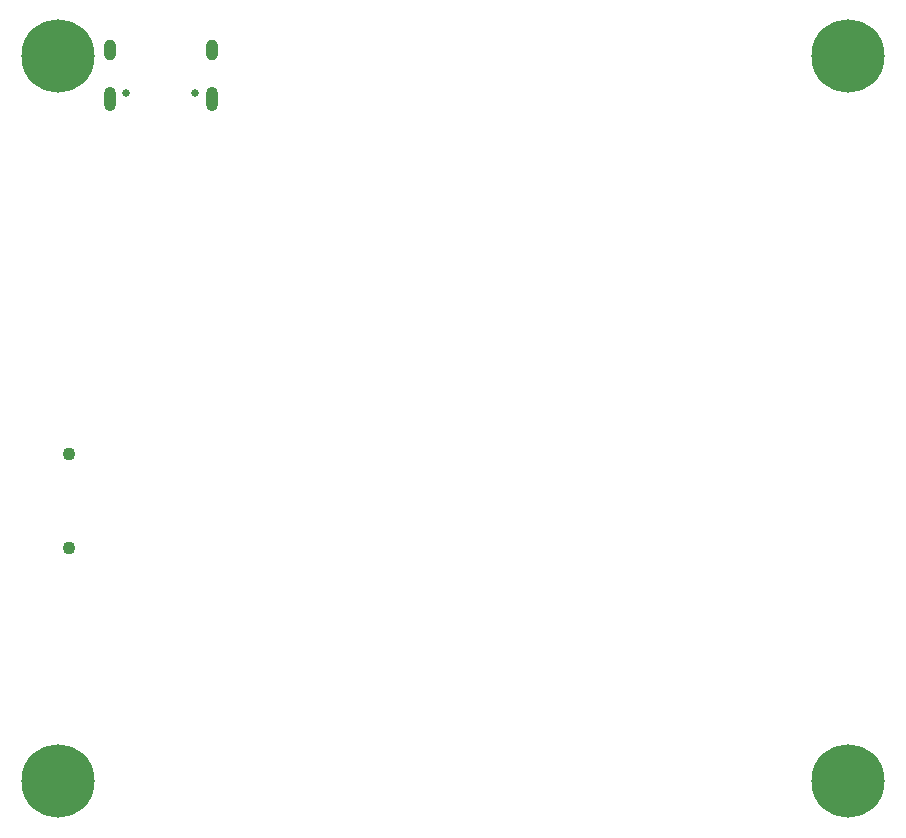
<source format=gbr>
%TF.GenerationSoftware,KiCad,Pcbnew,8.0.4*%
%TF.CreationDate,2025-01-12T23:29:23+07:00*%
%TF.ProjectId,lcd-square-4inch,6c63642d-7371-4756-9172-652d34696e63,rev?*%
%TF.SameCoordinates,Original*%
%TF.FileFunction,Soldermask,Bot*%
%TF.FilePolarity,Negative*%
%FSLAX46Y46*%
G04 Gerber Fmt 4.6, Leading zero omitted, Abs format (unit mm)*
G04 Created by KiCad (PCBNEW 8.0.4) date 2025-01-12 23:29:23*
%MOMM*%
%LPD*%
G01*
G04 APERTURE LIST*
%ADD10C,6.200000*%
%ADD11C,1.100000*%
%ADD12C,0.650000*%
%ADD13O,1.000000X2.100000*%
%ADD14O,1.000000X1.800000*%
G04 APERTURE END LIST*
D10*
%TO.C,H1*%
X111107200Y-62190000D03*
%TD*%
D11*
%TO.C,J2*%
X111979000Y-95837200D03*
X111979000Y-103837200D03*
%TD*%
D10*
%TO.C,H4*%
X111107200Y-123590000D03*
%TD*%
%TO.C,H2*%
X178007200Y-62190000D03*
%TD*%
D12*
%TO.C,J6*%
X122663000Y-65301000D03*
X116883000Y-65301000D03*
D13*
X124093000Y-65821000D03*
D14*
X124093000Y-61621000D03*
D13*
X115453000Y-65821000D03*
D14*
X115453000Y-61621000D03*
%TD*%
D10*
%TO.C,H3*%
X178007200Y-123590000D03*
%TD*%
M02*

</source>
